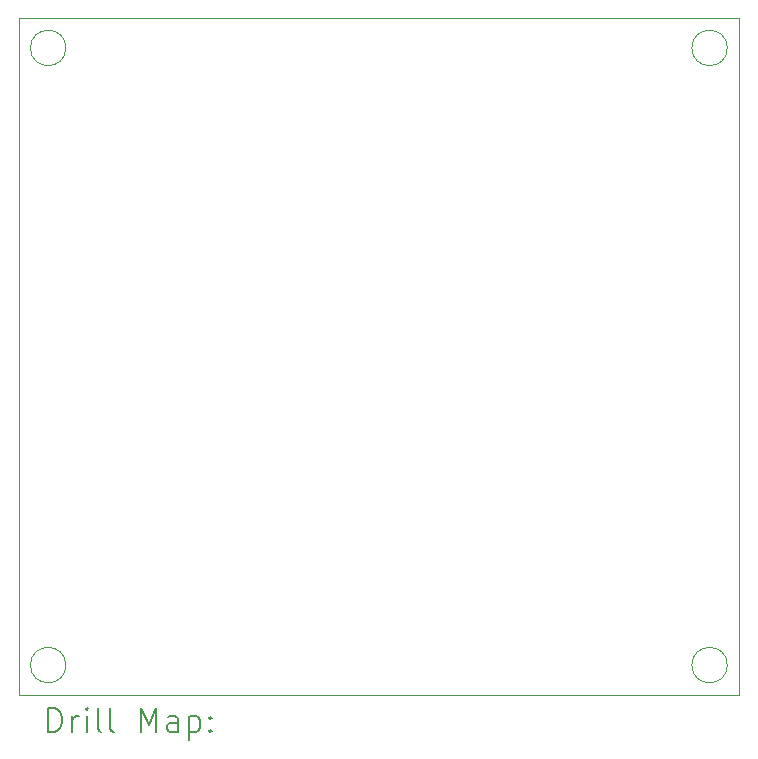
<source format=gbr>
%TF.GenerationSoftware,KiCad,Pcbnew,(6.0.9)*%
%TF.CreationDate,2023-05-11T13:54:51+10:00*%
%TF.ProjectId,Rescue Line,52657363-7565-4204-9c69-6e652e6b6963,rev?*%
%TF.SameCoordinates,Original*%
%TF.FileFunction,Drillmap*%
%TF.FilePolarity,Positive*%
%FSLAX45Y45*%
G04 Gerber Fmt 4.5, Leading zero omitted, Abs format (unit mm)*
G04 Created by KiCad (PCBNEW (6.0.9)) date 2023-05-11 13:54:51*
%MOMM*%
%LPD*%
G01*
G04 APERTURE LIST*
%ADD10C,0.100000*%
%ADD11C,0.200000*%
G04 APERTURE END LIST*
D10*
X10950000Y-12175000D02*
G75*
G03*
X10950000Y-12175000I-150000J0D01*
G01*
X10950000Y-6950000D02*
G75*
G03*
X10950000Y-6950000I-150000J0D01*
G01*
X10550000Y-6700000D02*
X16650000Y-6700000D01*
X16650000Y-6700000D02*
X16650000Y-12425000D01*
X16650000Y-12425000D02*
X10550000Y-12425000D01*
X10550000Y-12425000D02*
X10550000Y-6700000D01*
X16550000Y-12175000D02*
G75*
G03*
X16550000Y-12175000I-150000J0D01*
G01*
X16550000Y-6950000D02*
G75*
G03*
X16550000Y-6950000I-150000J0D01*
G01*
D11*
X10802619Y-12740476D02*
X10802619Y-12540476D01*
X10850238Y-12540476D01*
X10878810Y-12550000D01*
X10897857Y-12569048D01*
X10907381Y-12588095D01*
X10916905Y-12626190D01*
X10916905Y-12654762D01*
X10907381Y-12692857D01*
X10897857Y-12711905D01*
X10878810Y-12730952D01*
X10850238Y-12740476D01*
X10802619Y-12740476D01*
X11002619Y-12740476D02*
X11002619Y-12607143D01*
X11002619Y-12645238D02*
X11012143Y-12626190D01*
X11021667Y-12616667D01*
X11040714Y-12607143D01*
X11059762Y-12607143D01*
X11126429Y-12740476D02*
X11126429Y-12607143D01*
X11126429Y-12540476D02*
X11116905Y-12550000D01*
X11126429Y-12559524D01*
X11135952Y-12550000D01*
X11126429Y-12540476D01*
X11126429Y-12559524D01*
X11250238Y-12740476D02*
X11231190Y-12730952D01*
X11221667Y-12711905D01*
X11221667Y-12540476D01*
X11355000Y-12740476D02*
X11335952Y-12730952D01*
X11326428Y-12711905D01*
X11326428Y-12540476D01*
X11583571Y-12740476D02*
X11583571Y-12540476D01*
X11650238Y-12683333D01*
X11716905Y-12540476D01*
X11716905Y-12740476D01*
X11897857Y-12740476D02*
X11897857Y-12635714D01*
X11888333Y-12616667D01*
X11869286Y-12607143D01*
X11831190Y-12607143D01*
X11812143Y-12616667D01*
X11897857Y-12730952D02*
X11878809Y-12740476D01*
X11831190Y-12740476D01*
X11812143Y-12730952D01*
X11802619Y-12711905D01*
X11802619Y-12692857D01*
X11812143Y-12673809D01*
X11831190Y-12664286D01*
X11878809Y-12664286D01*
X11897857Y-12654762D01*
X11993095Y-12607143D02*
X11993095Y-12807143D01*
X11993095Y-12616667D02*
X12012143Y-12607143D01*
X12050238Y-12607143D01*
X12069286Y-12616667D01*
X12078809Y-12626190D01*
X12088333Y-12645238D01*
X12088333Y-12702381D01*
X12078809Y-12721428D01*
X12069286Y-12730952D01*
X12050238Y-12740476D01*
X12012143Y-12740476D01*
X11993095Y-12730952D01*
X12174048Y-12721428D02*
X12183571Y-12730952D01*
X12174048Y-12740476D01*
X12164524Y-12730952D01*
X12174048Y-12721428D01*
X12174048Y-12740476D01*
X12174048Y-12616667D02*
X12183571Y-12626190D01*
X12174048Y-12635714D01*
X12164524Y-12626190D01*
X12174048Y-12616667D01*
X12174048Y-12635714D01*
M02*

</source>
